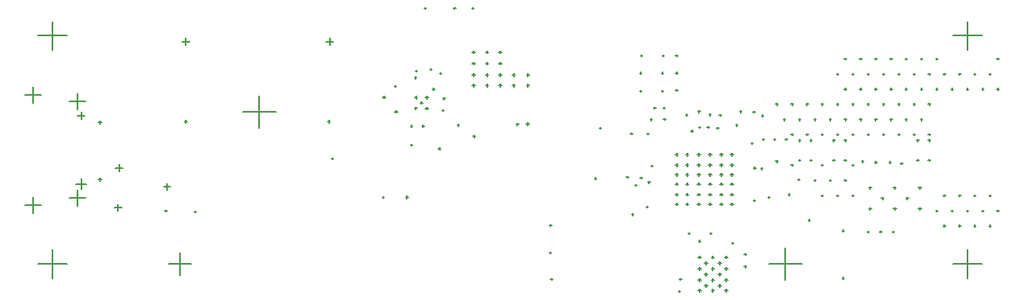
<source format=gbr>
%TF.GenerationSoftware,Altium Limited,Altium Designer,20.0.13 (296)*%
G04 Layer_Color=128*
%FSLAX45Y45*%
%MOMM*%
%TF.FileFunction,Drillmap*%
%TF.Part,Single*%
G01*
G75*
%TA.AperFunction,NonConductor*%
%ADD109C,0.12700*%
D109*
X3217500Y4400000D02*
X3456500D01*
X3337000Y4280500D02*
Y4519500D01*
X3997500Y6000000D02*
X4342500D01*
X4170000Y5827500D02*
Y6172500D01*
X9517500Y4400000D02*
X9862500D01*
X9690000Y4227500D02*
Y4572500D01*
X2247500Y5240000D02*
X2357500D01*
X2302500Y5185000D02*
Y5295000D01*
X2262000Y5960000D02*
X2343000D01*
X2302500Y5919500D02*
Y6000500D01*
X1712000Y5020000D02*
X1883000D01*
X1797500Y4934500D02*
Y5105500D01*
X1712000Y6180000D02*
X1883000D01*
X1797500Y6094500D02*
Y6265500D01*
X2180500Y5090000D02*
X2348500D01*
X2264500Y5006000D02*
Y5174000D01*
X2180500Y6110000D02*
X2348500D01*
X2264500Y6026000D02*
Y6194000D01*
X6060440Y6404824D02*
X6080440D01*
X6070440Y6394824D02*
Y6414824D01*
X5990000Y6240000D02*
X6010000D01*
X6000000Y6230000D02*
Y6250000D01*
X6250000Y5860000D02*
X6270000D01*
X6260000Y5850000D02*
Y5870000D01*
X5760000Y5650000D02*
X5780000D01*
X5770000Y5640000D02*
Y5660000D01*
X5705000Y5100000D02*
X5735000D01*
X5720000Y5085000D02*
Y5115000D01*
X11909995Y6559997D02*
X11929995D01*
X11919995Y6549997D02*
Y6569997D01*
X11829995Y6399997D02*
X11849995D01*
X11839995Y6389997D02*
Y6409997D01*
X11909995Y6239997D02*
X11929995D01*
X11919995Y6229997D02*
Y6249997D01*
X11829995Y5119998D02*
X11849995D01*
X11839995Y5109998D02*
Y5129998D01*
X11909995Y4959998D02*
X11929995D01*
X11919995Y4949998D02*
Y4969998D01*
X11829995Y4799998D02*
X11849995D01*
X11839995Y4789998D02*
Y4809998D01*
X11669995Y6399997D02*
X11689995D01*
X11679995Y6389997D02*
Y6409997D01*
X11749995Y6239997D02*
X11769995D01*
X11759995Y6229997D02*
Y6249997D01*
X11669995Y5119998D02*
X11689995D01*
X11679995Y5109998D02*
Y5129998D01*
X11749995Y4959998D02*
X11769995D01*
X11759995Y4949998D02*
Y4969998D01*
X11669995Y4799998D02*
X11689995D01*
X11679995Y4789998D02*
Y4809998D01*
X11509995Y6399997D02*
X11529995D01*
X11519995Y6389997D02*
Y6409997D01*
X11589995Y6239997D02*
X11609995D01*
X11599995Y6229997D02*
Y6249997D01*
X11509995Y5119998D02*
X11529995D01*
X11519995Y5109998D02*
Y5129998D01*
X11589995Y4959998D02*
X11609995D01*
X11599995Y4949998D02*
Y4969998D01*
X11509995Y4799998D02*
X11529995D01*
X11519995Y4789998D02*
Y4809998D01*
X11349995Y6399997D02*
X11369995D01*
X11359995Y6389997D02*
Y6409997D01*
X11429995Y6239997D02*
X11449995D01*
X11439995Y6229997D02*
Y6249997D01*
X11349995Y5119998D02*
X11369995D01*
X11359995Y5109998D02*
Y5129998D01*
X11429995Y4959998D02*
X11449995D01*
X11439995Y4949998D02*
Y4969998D01*
X11349995Y4799998D02*
X11369995D01*
X11359995Y4789998D02*
Y4809998D01*
X11269995Y6559997D02*
X11289995D01*
X11279995Y6549997D02*
Y6569997D01*
X11189995Y6399997D02*
X11209995D01*
X11199995Y6389997D02*
Y6409997D01*
X11269995Y6239997D02*
X11289995D01*
X11279995Y6229997D02*
Y6249997D01*
X11189995Y6079997D02*
X11209995D01*
X11199995Y6069998D02*
Y6089997D01*
X11189995Y5759998D02*
X11209995D01*
X11199995Y5749998D02*
Y5769998D01*
X11269995Y4959998D02*
X11289995D01*
X11279995Y4949998D02*
Y4969998D01*
X11109995Y6559997D02*
X11129995D01*
X11119995Y6549997D02*
Y6569997D01*
X11029995Y6399997D02*
X11049995D01*
X11039995Y6389997D02*
Y6409997D01*
X11109995Y6239997D02*
X11129995D01*
X11119995Y6229997D02*
Y6249997D01*
X11029995Y6079997D02*
X11049995D01*
X11039995Y6069998D02*
Y6089997D01*
X11109995Y5919998D02*
X11129995D01*
X11119995Y5909998D02*
Y5929998D01*
X11029995Y5759998D02*
X11049995D01*
X11039995Y5749998D02*
Y5769998D01*
X10949995Y6559997D02*
X10969995D01*
X10959995Y6549997D02*
Y6569997D01*
X10869996Y6399997D02*
X10889995D01*
X10879996Y6389997D02*
Y6409997D01*
X10949995Y6239997D02*
X10969995D01*
X10959995Y6229997D02*
Y6249997D01*
X10869996Y6079997D02*
X10889995D01*
X10879996Y6069998D02*
Y6089997D01*
X10949995Y5919998D02*
X10969995D01*
X10959995Y5909998D02*
Y5929998D01*
X10869996Y5759998D02*
X10889995D01*
X10879996Y5749998D02*
Y5769998D01*
X10789995Y6559997D02*
X10809995D01*
X10799995Y6549997D02*
Y6569997D01*
X10709996Y6399997D02*
X10729996D01*
X10719996Y6389997D02*
Y6409997D01*
X10789995Y6239997D02*
X10809995D01*
X10799995Y6229997D02*
Y6249997D01*
X10709996Y6079997D02*
X10729996D01*
X10719996Y6069998D02*
Y6089997D01*
X10789995Y5919998D02*
X10809995D01*
X10799995Y5909998D02*
Y5929998D01*
X10709996Y5759998D02*
X10729996D01*
X10719996Y5749998D02*
Y5769998D01*
X10629996Y6559997D02*
X10649995D01*
X10639995Y6549997D02*
Y6569997D01*
X10549996Y6399997D02*
X10569996D01*
X10559996Y6389997D02*
Y6409997D01*
X10629996Y6239997D02*
X10649995D01*
X10639995Y6229997D02*
Y6249997D01*
X10549996Y6079997D02*
X10569996D01*
X10559996Y6069998D02*
Y6089997D01*
X10629996Y5919998D02*
X10649995D01*
X10639995Y5909998D02*
Y5929998D01*
X10549996Y5759998D02*
X10569996D01*
X10559996Y5749998D02*
Y5769998D01*
X10469996Y6559997D02*
X10489996D01*
X10479996Y6549997D02*
Y6569997D01*
X10389996Y6399997D02*
X10409996D01*
X10399996Y6389997D02*
Y6409997D01*
X10469996Y6239997D02*
X10489996D01*
X10479996Y6229997D02*
Y6249997D01*
X10389996Y6079997D02*
X10409996D01*
X10399996Y6069998D02*
Y6089997D01*
X10469996Y5919998D02*
X10489996D01*
X10479996Y5909998D02*
Y5929998D01*
X10389996Y5759998D02*
X10409996D01*
X10399996Y5749998D02*
Y5769998D01*
X10389996Y5439998D02*
X10409996D01*
X10399996Y5429998D02*
Y5449998D01*
X10389996Y5119998D02*
X10409996D01*
X10399996Y5109998D02*
Y5129998D01*
X10309996Y6559997D02*
X10329996D01*
X10319996Y6549997D02*
Y6569997D01*
X10229996Y6399997D02*
X10249996D01*
X10239996Y6389997D02*
Y6409997D01*
X10309996Y6239997D02*
X10329996D01*
X10319996Y6229997D02*
Y6249997D01*
X10229996Y6079997D02*
X10249996D01*
X10239996Y6069998D02*
Y6089997D01*
X10309996Y5919998D02*
X10329996D01*
X10319996Y5909998D02*
Y5929998D01*
X10229996Y5759998D02*
X10249996D01*
X10239996Y5749998D02*
Y5769998D01*
X10309996Y5279998D02*
X10329996D01*
X10319996Y5269998D02*
Y5289998D01*
X10229996Y5119998D02*
X10249996D01*
X10239996Y5109998D02*
Y5129998D01*
X10069996Y6079997D02*
X10089996D01*
X10079996Y6069998D02*
Y6089997D01*
X10149996Y5919998D02*
X10169996D01*
X10159996Y5909998D02*
Y5929998D01*
X10069996Y5759998D02*
X10089996D01*
X10079996Y5749998D02*
Y5769998D01*
X10069996Y5439998D02*
X10089996D01*
X10079996Y5429998D02*
Y5449998D01*
X10149996Y5279998D02*
X10169996D01*
X10159996Y5269998D02*
Y5289998D01*
X10069996Y5119998D02*
X10089996D01*
X10079996Y5109998D02*
Y5129998D01*
X9909996Y6079997D02*
X9929996D01*
X9919996Y6069998D02*
Y6089997D01*
X9989996Y5919998D02*
X10009996D01*
X9999996Y5909998D02*
Y5929998D01*
X9909996Y5759998D02*
X9929996D01*
X9919996Y5749998D02*
Y5769998D01*
X9989996Y5279998D02*
X10009996D01*
X9999996Y5269998D02*
Y5289998D01*
X9749996Y6079997D02*
X9769996D01*
X9759996Y6069998D02*
Y6089997D01*
X9829996Y5919998D02*
X9849996D01*
X9839996Y5909998D02*
Y5929998D01*
X9749996Y5759998D02*
X9769996D01*
X9759996Y5749998D02*
Y5769998D01*
X9749996Y5439998D02*
X9769996D01*
X9759996Y5429998D02*
Y5449998D01*
X9589996Y6079997D02*
X9609996D01*
X9599996Y6069998D02*
Y6089997D01*
X9669996Y5919998D02*
X9689996D01*
X9679996Y5909998D02*
Y5929998D01*
X10955000Y5090000D02*
X10985000D01*
X10970000Y5075000D02*
Y5105000D01*
X10695000Y5090000D02*
X10725000D01*
X10710000Y5075000D02*
Y5105000D01*
X11085000Y5200000D02*
X11115000D01*
X11100000Y5185000D02*
Y5215000D01*
X10565000Y5200000D02*
X10595000D01*
X10580000Y5185000D02*
Y5215000D01*
X10821000Y5200000D02*
X10851000D01*
X10836000Y5185000D02*
Y5215000D01*
X10825000Y4980000D02*
X10855000D01*
X10840000Y4965000D02*
Y4995000D01*
X11085000Y4980000D02*
X11115000D01*
X11100000Y4965000D02*
Y4995000D01*
X10565000Y4980000D02*
X10595000D01*
X10580000Y4965000D02*
Y4995000D01*
X6400000Y7090000D02*
X6420000D01*
X6410000Y7080000D02*
Y7100000D01*
X5900000Y7090000D02*
X5920000D01*
X5910000Y7080000D02*
Y7100000D01*
X6210000Y7090000D02*
X6230000D01*
X6220000Y7080000D02*
Y7100000D01*
X3490000Y4950000D02*
X3510000D01*
X3500000Y4940000D02*
Y4960000D01*
X3180000D02*
X3200000D01*
X3190000Y4950000D02*
Y4970000D01*
X10630000Y5470000D02*
X10650000D01*
X10640000Y5460000D02*
Y5480000D01*
X9690000Y5710000D02*
X9710000D01*
X9700000Y5700000D02*
Y5720000D01*
X9590000Y5480000D02*
X9610000D01*
X9600000Y5470000D02*
Y5490000D01*
X9570000Y5710000D02*
X9590000D01*
X9580000Y5700000D02*
Y5720000D01*
X9450000Y5710000D02*
X9470000D01*
X9460000Y5700000D02*
Y5720000D01*
X10900000Y5460000D02*
X10920000D01*
X10910000Y5450000D02*
Y5470000D01*
X10780000D02*
X10800000D01*
X10790000Y5460000D02*
Y5480000D01*
X10490000D02*
X10510000D01*
X10500000Y5470000D02*
Y5490000D01*
X11070000D02*
X11090000D01*
X11080000Y5480000D02*
Y5500000D01*
X11190000Y5490000D02*
X11210000D01*
X11200000Y5480000D02*
Y5500000D01*
X11190000Y5700000D02*
X11210000D01*
X11200000Y5690000D02*
Y5710000D01*
X11070000Y5700000D02*
X11090000D01*
X11080000Y5690000D02*
Y5710000D01*
X10190000Y5490000D02*
X10210000D01*
X10200000Y5480000D02*
Y5500000D01*
X10310000Y5490000D02*
X10330000D01*
X10320000Y5480000D02*
Y5500000D01*
X10310000Y5700000D02*
X10330000D01*
X10320000Y5690000D02*
Y5710000D01*
X10190000Y5700000D02*
X10210000D01*
X10200000Y5690000D02*
Y5710000D01*
X9830000Y5700000D02*
X9850000D01*
X9840000Y5690000D02*
Y5710000D01*
X9950000Y5700000D02*
X9970000D01*
X9960000Y5690000D02*
Y5710000D01*
X9950000Y5490000D02*
X9970000D01*
X9960000Y5480000D02*
Y5500000D01*
X9830000Y5490000D02*
X9850000D01*
X9840000Y5480000D02*
Y5500000D01*
X9330000Y5670000D02*
X9350000D01*
X9340000Y5660000D02*
Y5680000D01*
X9507235Y5103122D02*
X9527235D01*
X9517235Y5093122D02*
Y5113122D01*
X8535000Y5550000D02*
X8565000D01*
X8550000Y5535000D02*
Y5565000D01*
X8535000Y5440000D02*
X8565000D01*
X8550000Y5425000D02*
Y5455000D01*
X8535000Y5340000D02*
X8565000D01*
X8550000Y5325000D02*
Y5355000D01*
X8535000Y5240000D02*
X8565000D01*
X8550000Y5225000D02*
Y5255000D01*
X8535000Y5130000D02*
X8565000D01*
X8550000Y5115000D02*
Y5145000D01*
X8645000Y5030000D02*
X8675000D01*
X8660000Y5015000D02*
Y5045000D01*
X8765000Y5030000D02*
X8795000D01*
X8780000Y5015000D02*
Y5045000D01*
X8885000Y5030000D02*
X8915000D01*
X8900000Y5015000D02*
Y5045000D01*
X9005000Y5030000D02*
X9035000D01*
X9020000Y5015000D02*
Y5045000D01*
X8670000Y4720000D02*
X8690000D01*
X8680000Y4710000D02*
Y4730000D01*
X8570000Y4110000D02*
X8590000D01*
X8580000Y4100000D02*
Y4120000D01*
Y4240000D02*
X8600000D01*
X8590000Y4230000D02*
Y4250000D01*
X6405000Y6280000D02*
X6435000D01*
X6420000Y6265000D02*
Y6295000D01*
X6545000Y6280000D02*
X6575000D01*
X6560000Y6265000D02*
Y6295000D01*
X6685000Y6280000D02*
X6715000D01*
X6700000Y6265000D02*
Y6295000D01*
X6825000Y6280000D02*
X6855000D01*
X6840000Y6265000D02*
Y6295000D01*
X6975000Y6280000D02*
X7005000D01*
X6990000Y6265000D02*
Y6295000D01*
X6405000Y6390000D02*
X6435000D01*
X6420000Y6375000D02*
Y6405000D01*
X6545000Y6390000D02*
X6575000D01*
X6560000Y6375000D02*
Y6405000D01*
X6685000Y6390000D02*
X6715000D01*
X6700000Y6375000D02*
Y6405000D01*
X6825000Y6390000D02*
X6855000D01*
X6840000Y6375000D02*
Y6405000D01*
X6975000Y6390000D02*
X7005000D01*
X6990000Y6375000D02*
Y6405000D01*
X6405000Y6510000D02*
X6435000D01*
X6420000Y6495000D02*
Y6525000D01*
X6545000Y6510000D02*
X6575000D01*
X6560000Y6495000D02*
Y6525000D01*
X6685000Y6510000D02*
X6715000D01*
X6700000Y6495000D02*
Y6525000D01*
X6685000Y6630000D02*
X6715000D01*
X6700000Y6615000D02*
Y6645000D01*
X6545000Y6630000D02*
X6575000D01*
X6560000Y6615000D02*
Y6645000D01*
X6405000Y6630000D02*
X6435000D01*
X6420000Y6615000D02*
Y6645000D01*
X5960000Y6450000D02*
X5980000D01*
X5970000Y6440000D02*
Y6460000D01*
X5590000Y6270000D02*
X5610000D01*
X5600000Y6260000D02*
Y6280000D01*
X5809988Y6429987D02*
X5829988D01*
X5819988Y6419987D02*
Y6439987D01*
X3364440Y6740000D02*
X3435560D01*
X3400000Y6704440D02*
Y6775560D01*
X4874440Y6740000D02*
X4945560D01*
X4910000Y6704440D02*
Y6775560D01*
X2485000Y5890000D02*
X2515000D01*
X2500000Y5875000D02*
Y5905000D01*
X5799988Y6359987D02*
X5819988D01*
X5809988Y6349987D02*
Y6369987D01*
X2485000Y5290000D02*
X2515000D01*
X2500000Y5275000D02*
Y5305000D01*
X8900000Y4720000D02*
X8920000D01*
X8910000Y4710000D02*
Y4730000D01*
X8780000Y4640000D02*
X8800000D01*
X8790000Y4630000D02*
Y4650000D01*
X9440000Y5960000D02*
X9460000D01*
X9450000Y5950000D02*
Y5970000D01*
X9360000Y5410000D02*
X9380000D01*
X9370000Y5400000D02*
Y5420000D01*
X9429999Y5402700D02*
X9449999D01*
X9439999Y5392700D02*
Y5412700D01*
X9356326Y5066326D02*
X9376326D01*
X9366326Y5056326D02*
Y5076326D01*
X8170000Y6590000D02*
X8190000D01*
X8180000Y6580000D02*
Y6600000D01*
X8160000Y6220000D02*
X8180000D01*
X8170000Y6210000D02*
Y6230000D01*
X8540000D02*
X8560000D01*
X8550000Y6220000D02*
Y6240000D01*
X8540000Y6410000D02*
X8560000D01*
X8550000Y6400000D02*
Y6420000D01*
X8540000Y6590000D02*
X8560000D01*
X8550000Y6580000D02*
Y6600000D01*
X8400000Y6590000D02*
X8420000D01*
X8410000Y6580000D02*
Y6600000D01*
X8390000Y6220000D02*
X8410000D01*
X8400000Y6210000D02*
Y6230000D01*
X8390000Y6410000D02*
X8410000D01*
X8400000Y6400000D02*
Y6420000D01*
X9170000Y5860000D02*
X9190000D01*
X9180000Y5850000D02*
Y5870000D01*
X10290000Y4250000D02*
X10310000D01*
X10300000Y4240000D02*
Y4260000D01*
X10290000Y4750000D02*
X10310000D01*
X10300000Y4740000D02*
Y4760000D01*
X8970000Y5830000D02*
X8990000D01*
X8980000Y5820000D02*
Y5840000D01*
X8870000D02*
X8890000D01*
X8880000Y5830000D02*
Y5850000D01*
X8780000Y5840000D02*
X8800000D01*
X8790000Y5830000D02*
Y5850000D01*
X8413000Y5924000D02*
X8433000D01*
X8423000Y5914000D02*
Y5934000D01*
X8270000Y5920000D02*
X8290000D01*
X8280000Y5910000D02*
Y5930000D01*
X5760000Y5850000D02*
X5780000D01*
X5770000Y5840000D02*
Y5860000D01*
X5460000Y5100000D02*
X5480000D01*
X5470000Y5090000D02*
Y5110000D01*
X8280000Y5430000D02*
X8300000D01*
X8290000Y5420000D02*
Y5440000D01*
X8250000Y5260000D02*
X8270000D01*
X8260000Y5250000D02*
Y5270000D01*
X8024000Y5314000D02*
X8044000D01*
X8034000Y5304000D02*
Y5324000D01*
X8167000Y5304000D02*
X8187000D01*
X8177000Y5294000D02*
Y5314000D01*
X7690000Y5300000D02*
X7710000D01*
X7700000Y5290000D02*
Y5310000D01*
X7740000Y5830000D02*
X7760000D01*
X7750000Y5820000D02*
Y5840000D01*
X8700000Y5800000D02*
X8720000D01*
X8710000Y5790000D02*
Y5810000D01*
X8066000Y5769600D02*
X8086000D01*
X8076000Y5759600D02*
Y5779600D01*
X8236000Y5769600D02*
X8256000D01*
X8246000Y5759600D02*
Y5779600D01*
X3164440Y5210000D02*
X3235560D01*
X3200000Y5174440D02*
Y5245560D01*
X2654440Y4990000D02*
X2725560D01*
X2690000Y4954440D02*
Y5025560D01*
X2664440Y5410000D02*
X2735560D01*
X2700000Y5374440D02*
Y5445560D01*
X6100000Y6140000D02*
X6120000D01*
X6110000Y6130000D02*
Y6150000D01*
X6088000Y6016000D02*
X6108000D01*
X6098000Y6006000D02*
Y6026000D01*
X5880100Y5850000D02*
X5900100D01*
X5890100Y5840000D02*
Y5860000D01*
X4930000Y5510000D02*
X4950000D01*
X4940000Y5500000D02*
Y5520000D01*
X9929600Y4860000D02*
X9949600D01*
X9939600Y4850000D02*
Y4870000D01*
X10810000Y4740000D02*
X10830000D01*
X10820000Y4730000D02*
Y4750000D01*
X9130000Y4620000D02*
X9150000D01*
X9140000Y4610000D02*
Y4630000D01*
X8645000Y5240000D02*
X8675000D01*
X8660000Y5225000D02*
Y5255000D01*
X8765000Y5240000D02*
X8795000D01*
X8780000Y5225000D02*
Y5255000D01*
X8885000Y5240000D02*
X8915000D01*
X8900000Y5225000D02*
Y5255000D01*
X9005000Y5240000D02*
X9035000D01*
X9020000Y5225000D02*
Y5255000D01*
X9115000Y5240000D02*
X9145000D01*
X9130000Y5225000D02*
Y5255000D01*
X9115000Y5130000D02*
X9145000D01*
X9130000Y5115000D02*
Y5145000D01*
X9005000Y5130000D02*
X9035000D01*
X9020000Y5115000D02*
Y5145000D01*
X8885000Y5130000D02*
X8915000D01*
X8900000Y5115000D02*
Y5145000D01*
X8765000Y5130000D02*
X8795000D01*
X8780000Y5115000D02*
Y5145000D01*
X8645000Y5130000D02*
X8675000D01*
X8660000Y5115000D02*
Y5145000D01*
X9115000Y5030000D02*
X9145000D01*
X9130000Y5015000D02*
Y5045000D01*
X8535000Y5030000D02*
X8565000D01*
X8550000Y5015000D02*
Y5045000D01*
X8645000Y5340000D02*
X8675000D01*
X8660000Y5325000D02*
Y5355000D01*
X8765000Y5340000D02*
X8795000D01*
X8780000Y5325000D02*
Y5355000D01*
X8885000Y5340000D02*
X8915000D01*
X8900000Y5325000D02*
Y5355000D01*
X9005000Y5340000D02*
X9035000D01*
X9020000Y5325000D02*
Y5355000D01*
X9115000Y5340000D02*
X9145000D01*
X9130000Y5325000D02*
Y5355000D01*
X8645000Y5440000D02*
X8675000D01*
X8660000Y5425000D02*
Y5455000D01*
X8765000Y5440000D02*
X8795000D01*
X8780000Y5425000D02*
Y5455000D01*
X8885000Y5440000D02*
X8915000D01*
X8900000Y5425000D02*
Y5455000D01*
X9005000Y5440000D02*
X9035000D01*
X9020000Y5425000D02*
Y5455000D01*
X9115000Y5440000D02*
X9145000D01*
X9130000Y5425000D02*
Y5455000D01*
X9115000Y5550000D02*
X9145000D01*
X9130000Y5535000D02*
Y5565000D01*
X9005000Y5550000D02*
X9035000D01*
X9020000Y5535000D02*
Y5565000D01*
X8885000Y5550000D02*
X8915000D01*
X8900000Y5535000D02*
Y5565000D01*
X8765000Y5550000D02*
X8795000D01*
X8780000Y5535000D02*
Y5565000D01*
X8645000Y5550000D02*
X8675000D01*
X8660000Y5535000D02*
Y5565000D01*
X8645000Y5969000D02*
X8665000D01*
X8655000Y5959000D02*
Y5979000D01*
X8776000Y6004600D02*
X8796000D01*
X8786000Y5994600D02*
Y6014600D01*
X8310000Y6040000D02*
X8330000D01*
X8320000Y6030000D02*
Y6050000D01*
X8160000Y6410000D02*
X8180000D01*
X8170000Y6400000D02*
Y6420000D01*
X9260000Y4370000D02*
X9280000D01*
X9270000Y4360000D02*
Y4380000D01*
X9260000Y4500000D02*
X9280000D01*
X9270000Y4490000D02*
Y4510000D01*
X8230000Y5000000D02*
X8250000D01*
X8240000Y4990000D02*
Y5010000D01*
X10550000Y4740000D02*
X10570000D01*
X10560000Y4730000D02*
Y4750000D01*
X10680000Y4740000D02*
X10700000D01*
X10690000Y4730000D02*
Y4750000D01*
X8985000Y4170000D02*
X9015000D01*
X9000000Y4155000D02*
Y4185000D01*
X8845000Y4170000D02*
X8875000D01*
X8860000Y4155000D02*
Y4185000D01*
X8845000Y4290000D02*
X8875000D01*
X8860000Y4275000D02*
Y4305000D01*
X8985000Y4290000D02*
X9015000D01*
X9000000Y4275000D02*
Y4305000D01*
X8985000Y4410000D02*
X9015000D01*
X9000000Y4395000D02*
Y4425000D01*
X8845000Y4410000D02*
X8875000D01*
X8860000Y4395000D02*
Y4425000D01*
X8775000Y4120000D02*
X8805000D01*
X8790000Y4105000D02*
Y4135000D01*
X9055000Y4120000D02*
X9085000D01*
X9070000Y4105000D02*
Y4135000D01*
X8915000Y4120000D02*
X8945000D01*
X8930000Y4105000D02*
Y4135000D01*
X8775000Y4230000D02*
X8805000D01*
X8790000Y4215000D02*
Y4245000D01*
X9055000Y4230000D02*
X9085000D01*
X9070000Y4215000D02*
Y4245000D01*
X8915000Y4230000D02*
X8945000D01*
X8930000Y4215000D02*
Y4245000D01*
X8775000Y4350000D02*
X8805000D01*
X8790000Y4335000D02*
Y4365000D01*
X9055000Y4350000D02*
X9085000D01*
X9070000Y4335000D02*
Y4365000D01*
X8915000Y4350000D02*
X8945000D01*
X8930000Y4335000D02*
Y4365000D01*
X9055000Y4470000D02*
X9085000D01*
X9070000Y4455000D02*
Y4485000D01*
X8915000Y4470000D02*
X8945000D01*
X8930000Y4455000D02*
Y4485000D01*
X8775000Y4470000D02*
X8805000D01*
X8790000Y4455000D02*
Y4485000D01*
X9820000Y5290000D02*
X9840000D01*
X9830000Y5280000D02*
Y5300000D01*
X9719367Y5131407D02*
X9739367D01*
X9729367Y5121407D02*
Y5141407D01*
X9351000Y6001000D02*
X9371000D01*
X9361000Y5991000D02*
Y6011000D01*
X9212000Y6004000D02*
X9232000D01*
X9222000Y5994000D02*
Y6014000D01*
X8997000Y5966000D02*
X9017000D01*
X9007000Y5956000D02*
Y5976000D01*
X8892000Y5971000D02*
X8912000D01*
X8902000Y5961000D02*
Y5981000D01*
X8410000Y6040000D02*
X8430000D01*
X8420000Y6030000D02*
Y6050000D01*
X8113000Y5229000D02*
X8133000D01*
X8123000Y5219000D02*
Y5239000D01*
X8080000Y4920000D02*
X8100000D01*
X8090000Y4910000D02*
Y4930000D01*
X7228000Y4239000D02*
X7248000D01*
X7238000Y4229000D02*
Y4249000D01*
X7218000Y4804000D02*
X7238000D01*
X7228000Y4794000D02*
Y4814000D01*
X7215000Y4516000D02*
X7235000D01*
X7225000Y4506000D02*
Y4526000D01*
X5593000Y6003000D02*
X5623000D01*
X5608000Y5988000D02*
Y6018000D01*
X5466000Y6155000D02*
X5496000D01*
X5481000Y6140000D02*
Y6170000D01*
X6045000Y5613000D02*
X6075000D01*
X6060000Y5598000D02*
Y5628000D01*
X6410000Y5743000D02*
X6440000D01*
X6425000Y5728000D02*
Y5758000D01*
X6866000Y5869000D02*
X6896000D01*
X6881000Y5854000D02*
Y5884000D01*
X6971000Y5871000D02*
X7001000D01*
X6986000Y5856000D02*
Y5886000D01*
X5857000Y6095000D02*
X5887000D01*
X5872000Y6080000D02*
Y6110000D01*
X5798000Y6038000D02*
X5828000D01*
X5813000Y6023000D02*
Y6053000D01*
X5914000Y6037000D02*
X5944000D01*
X5929000Y6022000D02*
Y6052000D01*
X5914000Y6152000D02*
X5944000D01*
X5929000Y6137000D02*
Y6167000D01*
X5801000Y6151000D02*
X5831000D01*
X5816000Y6136000D02*
Y6166000D01*
X4885000Y5900000D02*
X4915000D01*
X4900000Y5885000D02*
Y5915000D01*
X3385000Y5900000D02*
X3415000D01*
X3400000Y5885000D02*
Y5915000D01*
X1850000Y4400000D02*
X2150000D01*
X2000000Y4250000D02*
Y4550000D01*
X11450000Y4400000D02*
X11750000D01*
X11600000Y4250000D02*
Y4550000D01*
X11450000Y6800000D02*
X11750000D01*
X11600000Y6650000D02*
Y6950000D01*
X1850000Y6800000D02*
X2150000D01*
X2000000Y6650000D02*
Y6950000D01*
%TF.MD5,724dac33a79eb063fbe3c868cb6bdbcb*%
M02*

</source>
